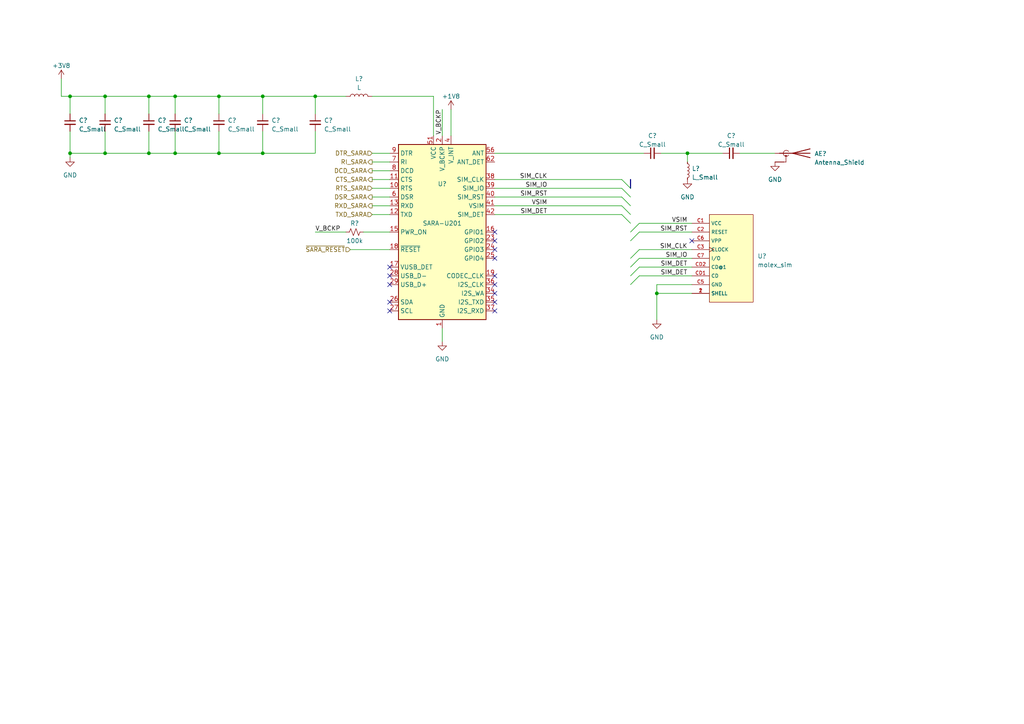
<source format=kicad_sch>
(kicad_sch (version 20210126) (generator eeschema)
  (paper "A4")
  (title_block (title "Asset tracker") (date "2021-04-22") (rev "V0") (company "eurocircutis"))
  (lib_symbols
    (symbol "Device:Antenna_Shield" (pin_numbers hide) (pin_names (offset 1.016) hide)
      (property "Reference" "AE" (at -1.905 4.445 0))
      (property "Value" "Antenna_Shield" (at -1.905 2.54 0))
      (symbol "Antenna_Shield_0_1"
        (arc (start 0 -2.667) (end -0.508 -1.143) (radius (at -0.0254 -1.8542) (length 0.8128) (angles -88.2 124.2)))
        (arc (start 0 -2.667) (end 0.508 -1.143) (radius (at 0.0254 -1.8542) (length 0.8128) (angles -91.8 55.8)))
        (circle (center 0.762 -1.905) (radius 0.1778) (fill (type outline)))
        (polyline (pts (xy 0 -2.54) (xy 0 0)))
        (polyline (pts (xy 0 5.08) (xy 0 -3.81)) (stroke (width 0.254)))
        (polyline (pts (xy 0.762 -1.905) (xy 2.54 -1.905)))
        (polyline (pts (xy 2.54 -2.54) (xy 2.54 -1.905)))
        (polyline (pts (xy 1.27 5.08) (xy 0 0) (xy -1.27 5.08)) (stroke (width 0.254)))
      )
      (symbol "Antenna_Shield_1_1"
        (pin input line (at 0 -5.08 90) (length 2.54) (name "A") (number "1"))
        (pin input line (at 2.54 -5.08 90) (length 2.54) (name "Shield") (number "2"))
      )
    )
    (symbol "Device:C_Small" (pin_numbers hide) (pin_names (offset 0.254) hide)
      (property "Reference" "C" (at 0.254 1.778 0))
      (property "Value" "C_Small" (at 0.254 -2.032 0))
      (symbol "C_Small_0_1"
        (polyline (pts (xy -1.524 -0.508) (xy 1.524 -0.508)) (stroke (width 0.3302)))
        (polyline (pts (xy -1.524 0.508) (xy 1.524 0.508)) (stroke (width 0.3048)))
      )
      (symbol "C_Small_1_1"
        (pin passive line (at 0 2.54 270) (length 2.032) (name "~") (number "1"))
        (pin passive line (at 0 -2.54 90) (length 2.032) (name "~") (number "2"))
      )
    )
    (symbol "Device:L" (pin_numbers hide) (pin_names (offset 1.016) hide)
      (property "Reference" "L" (at -1.27 0 90))
      (property "Value" "L" (at 1.905 0 90))
      (symbol "L_0_1"
        (arc (start 0 -2.54) (end 0 -1.27) (radius (at 0 -1.905) (length 0.635) (angles -89.9 89.9)))
        (arc (start 0 -1.27) (end 0 0) (radius (at 0 -0.635) (length 0.635) (angles -89.9 89.9)))
        (arc (start 0 0) (end 0 1.27) (radius (at 0 0.635) (length 0.635) (angles -89.9 89.9)))
        (arc (start 0 1.27) (end 0 2.54) (radius (at 0 1.905) (length 0.635) (angles -89.9 89.9)))
      )
      (symbol "L_1_1"
        (pin passive line (at 0 3.81 270) (length 1.27) (name "1") (number "1"))
        (pin passive line (at 0 -3.81 90) (length 1.27) (name "2") (number "2"))
      )
    )
    (symbol "Device:L_Small" (pin_numbers hide) (pin_names (offset 0.254) hide)
      (property "Reference" "L" (at 0.762 1.016 0))
      (property "Value" "L_Small" (at 0.762 -1.016 0))
      (symbol "L_Small_0_1"
        (arc (start 0 -2.032) (end 0 -1.016) (radius (at 0 -1.524) (length 0.508) (angles -89.9 89.9)))
        (arc (start 0 -1.016) (end 0 0) (radius (at 0 -0.508) (length 0.508) (angles -89.9 89.9)))
        (arc (start 0 0) (end 0 1.016) (radius (at 0 0.508) (length 0.508) (angles -89.9 89.9)))
        (arc (start 0 1.016) (end 0 2.032) (radius (at 0 1.524) (length 0.508) (angles -89.9 89.9)))
      )
      (symbol "L_Small_1_1"
        (pin passive line (at 0 2.54 270) (length 0.508) (name "~") (number "1"))
        (pin passive line (at 0 -2.54 90) (length 0.508) (name "~") (number "2"))
      )
    )
    (symbol "Device:R_Small_US" (pin_numbers hide) (pin_names (offset 0.254) hide)
      (property "Reference" "R" (at 0.762 0.508 0))
      (property "Value" "R_Small_US" (at 0.762 -1.016 0))
      (symbol "R_Small_US_1_1"
        (polyline (pts (xy 0 0) (xy 1.016 -0.381) (xy 0 -0.762) (xy -1.016 -1.143) (xy 0 -1.524)))
        (polyline (pts (xy 0 1.524) (xy 1.016 1.143) (xy 0 0.762) (xy -1.016 0.381) (xy 0 0)))
        (pin passive line (at 0 2.54 270) (length 1.016) (name "~") (number "1"))
        (pin passive line (at 0 -2.54 90) (length 1.016) (name "~") (number "2"))
      )
    )
    (symbol "RF_GSM:SARA-U201"
      (property "Reference" "U" (at 10.16 26.67 0))
      (property "Value" "SARA-U201" (at -11.43 26.67 0))
      (symbol "SARA-U201_0_1"
        (rectangle (start -12.7 25.4) (end 12.7 -25.4) (stroke (width 0.254)) (fill (type background)))
      )
      (symbol "SARA-U201_1_1"
        (pin power_in line (at 0 -27.94 90) (length 2.54) (name "GND") (number "1"))
        (pin input line (at -15.24 12.7 0) (length 2.54) (name "RTS") (number "10"))
        (pin output line (at -15.24 15.24 0) (length 2.54) (name "CTS") (number "11"))
        (pin input line (at -15.24 5.08 0) (length 2.54) (name "TXD") (number "12"))
        (pin output line (at -15.24 7.62 0) (length 2.54) (name "RXD") (number "13"))
        (pin passive line (at 0 -27.94 90) (length 2.54) hide (name "GND") (number "14"))
        (pin input line (at -15.24 0 0) (length 2.54) (name "PWR_ON") (number "15"))
        (pin bidirectional line (at 15.24 0 180) (length 2.54) (name "GPIO1") (number "16"))
        (pin input line (at -15.24 -10.16 0) (length 2.54) (name "VUSB_DET") (number "17"))
        (pin input line (at -15.24 -5.08 0) (length 2.54) (name "~RESET") (number "18"))
        (pin output line (at 15.24 -12.7 180) (length 2.54) (name "CODEC_CLK") (number "19"))
        (pin power_out line (at 0 27.94 270) (length 2.54) (name "V_BCKP") (number "2"))
        (pin passive line (at 0 -27.94 90) (length 2.54) hide (name "GND") (number "20"))
        (pin passive line (at 0 -27.94 90) (length 2.54) hide (name "GND") (number "21"))
        (pin passive line (at 0 -27.94 90) (length 2.54) hide (name "GND") (number "22"))
        (pin bidirectional line (at 15.24 -2.54 180) (length 2.54) (name "GPIO2") (number "23"))
        (pin bidirectional line (at 15.24 -5.08 180) (length 2.54) (name "GPIO3") (number "24"))
        (pin bidirectional line (at 15.24 -7.62 180) (length 2.54) (name "GPIO4") (number "25"))
        (pin bidirectional line (at -15.24 -20.32 0) (length 2.54) (name "SDA") (number "26"))
        (pin output line (at -15.24 -22.86 0) (length 2.54) (name "SCL") (number "27"))
        (pin bidirectional line (at -15.24 -12.7 0) (length 2.54) (name "USB_D-") (number "28"))
        (pin bidirectional line (at -15.24 -15.24 0) (length 2.54) (name "USB_D+") (number "29"))
        (pin passive line (at 0 -27.94 90) (length 2.54) hide (name "GND") (number "3"))
        (pin passive line (at 0 -27.94 90) (length 2.54) hide (name "GND") (number "30"))
        (pin no_connect line (at -12.7 2.54 0) (length 2.54) hide (name "RSVD") (number "31"))
        (pin passive line (at 0 -27.94 90) (length 2.54) hide (name "GND") (number "32"))
        (pin no_connect line (at -12.7 -2.54 0) (length 2.54) hide (name "RSVD") (number "33"))
        (pin bidirectional line (at 15.24 -17.78 180) (length 2.54) (name "I2S_WA") (number "34"))
        (pin output line (at 15.24 -20.32 180) (length 2.54) (name "I2S_TXD") (number "35"))
        (pin output line (at 15.24 -15.24 180) (length 2.54) (name "I2S_CLK") (number "36"))
        (pin input line (at 15.24 -22.86 180) (length 2.54) (name "I2S_RXD") (number "37"))
        (pin output line (at 15.24 15.24 180) (length 2.54) (name "SIM_CLK") (number "38"))
        (pin bidirectional line (at 15.24 12.7 180) (length 2.54) (name "SIM_IO") (number "39"))
        (pin power_out line (at 2.54 27.94 270) (length 2.54) (name "V_INT") (number "4"))
        (pin output line (at 15.24 10.16 180) (length 2.54) (name "SIM_RST") (number "40"))
        (pin power_out line (at 15.24 7.62 180) (length 2.54) (name "VSIM") (number "41"))
        (pin input line (at 15.24 5.08 180) (length 2.54) (name "SIM_DET") (number "42"))
        (pin passive line (at 0 -27.94 90) (length 2.54) hide (name "GND") (number "43"))
        (pin no_connect line (at -12.7 -7.62 0) (length 2.54) hide (name "RSVD") (number "44"))
        (pin no_connect line (at -12.7 -17.78 0) (length 2.54) hide (name "RSVD") (number "45"))
        (pin no_connect line (at -2.54 -25.4 90) (length 2.54) hide (name "RSVD") (number "46"))
        (pin no_connect line (at 12.7 -10.16 180) (length 2.54) hide (name "RSVD") (number "47"))
        (pin no_connect line (at 12.7 2.54 180) (length 2.54) hide (name "RSVD") (number "48"))
        (pin no_connect line (at 12.7 17.78 180) (length 2.54) hide (name "RSVD") (number "49"))
        (pin passive line (at 0 -27.94 90) (length 2.54) hide (name "GND") (number "5"))
        (pin passive line (at 0 -27.94 90) (length 2.54) hide (name "GND") (number "50"))
        (pin power_in line (at -2.54 27.94 270) (length 2.54) (name "VCC") (number "51"))
        (pin passive line (at -2.54 27.94 270) (length 2.54) hide (name "VCC") (number "52"))
        (pin passive line (at -2.54 27.94 270) (length 2.54) hide (name "VCC") (number "53"))
        (pin passive line (at 0 -27.94 90) (length 2.54) hide (name "GND") (number "54"))
        (pin passive line (at 0 -27.94 90) (length 2.54) hide (name "GND") (number "55"))
        (pin passive line (at 15.24 22.86 180) (length 2.54) (name "ANT") (number "56"))
        (pin passive line (at 0 -27.94 90) (length 2.54) hide (name "GND") (number "57"))
        (pin passive line (at 0 -27.94 90) (length 2.54) hide (name "GND") (number "58"))
        (pin passive line (at 0 -27.94 90) (length 2.54) hide (name "GND") (number "59"))
        (pin output line (at -15.24 10.16 0) (length 2.54) (name "DSR") (number "6"))
        (pin passive line (at 0 -27.94 90) (length 2.54) hide (name "GND") (number "60"))
        (pin passive line (at 0 -27.94 90) (length 2.54) hide (name "GND") (number "61"))
        (pin input line (at 15.24 20.32 180) (length 2.54) (name "ANT_DET") (number "62"))
        (pin passive line (at 0 -27.94 90) (length 2.54) hide (name "GND") (number "63"))
        (pin passive line (at 0 -27.94 90) (length 2.54) hide (name "GND") (number "64"))
        (pin passive line (at 0 -27.94 90) (length 2.54) hide (name "GND") (number "65"))
        (pin passive line (at 0 -27.94 90) (length 2.54) hide (name "GND") (number "66"))
        (pin passive line (at 0 -27.94 90) (length 2.54) hide (name "GND") (number "67"))
        (pin passive line (at 0 -27.94 90) (length 2.54) hide (name "GND") (number "68"))
        (pin passive line (at 0 -27.94 90) (length 2.54) hide (name "GND") (number "69"))
        (pin output line (at -15.24 20.32 0) (length 2.54) (name "RI") (number "7"))
        (pin passive line (at 0 -27.94 90) (length 2.54) hide (name "GND") (number "70"))
        (pin passive line (at 0 -27.94 90) (length 2.54) hide (name "GND") (number "71"))
        (pin passive line (at 0 -27.94 90) (length 2.54) hide (name "GND") (number "72"))
        (pin passive line (at 0 -27.94 90) (length 2.54) hide (name "GND") (number "73"))
        (pin passive line (at 0 -27.94 90) (length 2.54) hide (name "GND") (number "74"))
        (pin passive line (at 0 -27.94 90) (length 2.54) hide (name "GND") (number "75"))
        (pin passive line (at 0 -27.94 90) (length 2.54) hide (name "GND") (number "76"))
        (pin passive line (at 0 -27.94 90) (length 2.54) hide (name "GND") (number "77"))
        (pin passive line (at 0 -27.94 90) (length 2.54) hide (name "GND") (number "78"))
        (pin passive line (at 0 -27.94 90) (length 2.54) hide (name "GND") (number "79"))
        (pin output line (at -15.24 17.78 0) (length 2.54) (name "DCD") (number "8"))
        (pin passive line (at 0 -27.94 90) (length 2.54) hide (name "GND") (number "80"))
        (pin passive line (at 0 -27.94 90) (length 2.54) hide (name "GND") (number "81"))
        (pin passive line (at 0 -27.94 90) (length 2.54) hide (name "GND") (number "82"))
        (pin passive line (at 0 -27.94 90) (length 2.54) hide (name "GND") (number "83"))
        (pin passive line (at 0 -27.94 90) (length 2.54) hide (name "GND") (number "84"))
        (pin passive line (at 0 -27.94 90) (length 2.54) hide (name "GND") (number "85"))
        (pin passive line (at 0 -27.94 90) (length 2.54) hide (name "GND") (number "86"))
        (pin passive line (at 0 -27.94 90) (length 2.54) hide (name "GND") (number "87"))
        (pin passive line (at 0 -27.94 90) (length 2.54) hide (name "GND") (number "88"))
        (pin passive line (at 0 -27.94 90) (length 2.54) hide (name "GND") (number "89"))
        (pin input line (at -15.24 22.86 0) (length 2.54) (name "DTR") (number "9"))
        (pin passive line (at 0 -27.94 90) (length 2.54) hide (name "GND") (number "90"))
        (pin passive line (at 0 -27.94 90) (length 2.54) hide (name "GND") (number "91"))
        (pin passive line (at 0 -27.94 90) (length 2.54) hide (name "GND") (number "92"))
        (pin passive line (at 0 -27.94 90) (length 2.54) hide (name "GND") (number "93"))
        (pin passive line (at 0 -27.94 90) (length 2.54) hide (name "GND") (number "94"))
        (pin passive line (at 0 -27.94 90) (length 2.54) hide (name "GND") (number "95"))
        (pin passive line (at 0 -27.94 90) (length 2.54) hide (name "GND") (number "96"))
      )
    )
    (symbol "conectors:molex_sim"
      (property "Reference" "U" (at -1.27 -2.54 90))
      (property "Value" "molex_sim" (at -5.08 -2.54 90))
      (symbol "molex_sim_0_0"
        (pin passive line (at -17.78 -12.7 0) (length 5.08) (name "SHELL") (number "1"))
        (pin passive line (at -17.78 -12.7 0) (length 5.08) (name "SHELL") (number "2"))
        (pin power_in line (at -17.78 7.62 0) (length 5.08) (name "VCC") (number "C1"))
        (pin input line (at -17.78 5.08 0) (length 5.08) (name "RESET") (number "C2"))
        (pin bidirectional clock (at -17.78 0 0) (length 5.08) (name "CLOCK") (number "C3"))
        (pin power_in line (at -17.78 -10.16 0) (length 5.08) (name "GND") (number "C5"))
        (pin input line (at -17.78 2.54 0) (length 5.08) (name "VPP") (number "C6"))
        (pin bidirectional line (at -17.78 -2.54 0) (length 5.08) (name "I/O") (number "C7"))
        (pin passive line (at -17.78 -7.62 0) (length 5.08) (name "CD") (number "CD1"))
        (pin passive line (at -17.78 -5.08 0) (length 5.08) (name "CD@1") (number "CD2"))
      )
      (symbol "molex_sim_0_1"
        (rectangle (start -12.7 10.16) (end 0 -15.24) (stroke (width 0.1524)) (fill (type background)))
      )
    )
    (symbol "power:+1V8" (power) (pin_names (offset 0))
      (property "Value" "+1V8" (at 0 3.556 0))
      (symbol "+1V8_0_1"
        (polyline (pts (xy -0.762 1.27) (xy 0 2.54)))
        (polyline (pts (xy 0 0) (xy 0 2.54)))
        (polyline (pts (xy 0 2.54) (xy 0.762 1.27)))
      )
      (symbol "+1V8_1_1"
        (pin power_in line (at 0 0 90) (length 0) hide (name "+1V8") (number "1"))
      )
    )
    (symbol "power:+3V8" (power) (pin_names (offset 0))
      (property "Value" "+3V8" (at 0 3.556 0))
      (symbol "+3V8_0_1"
        (polyline (pts (xy -0.762 1.27) (xy 0 2.54)))
        (polyline (pts (xy 0 0) (xy 0 2.54)))
        (polyline (pts (xy 0 2.54) (xy 0.762 1.27)))
      )
      (symbol "+3V8_1_1"
        (pin power_in line (at 0 0 90) (length 0) hide (name "+3V8") (number "1"))
      )
    )
    (symbol "power:GND" (power) (pin_names (offset 0))
      (property "Value" "GND" (at 0 -3.81 0))
      (symbol "GND_0_1"
        (polyline (pts (xy 0 0) (xy 0 -1.27) (xy 1.27 -1.27) (xy 0 -2.54) (xy -1.27 -1.27) (xy 0 -1.27)))
      )
      (symbol "GND_1_1"
        (pin power_in line (at 0 0 270) (length 0) hide (name "GND") (number "1"))
      )
    )
  )
  (junction (at 20.32 27.94) (diameter 0.9144))
  (junction (at 20.32 44.45) (diameter 0.9144))
  (junction (at 30.48 27.94) (diameter 0.9144))
  (junction (at 30.48 44.45) (diameter 0.9144))
  (junction (at 43.18 27.94) (diameter 0.9144))
  (junction (at 43.18 44.45) (diameter 0.9144))
  (junction (at 50.8 27.94) (diameter 0.9144))
  (junction (at 50.8 44.45) (diameter 0.9144))
  (junction (at 63.5 27.94) (diameter 0.9144))
  (junction (at 63.5 44.45) (diameter 0.9144))
  (junction (at 76.2 27.94) (diameter 0.9144))
  (junction (at 76.2 44.45) (diameter 0.9144))
  (junction (at 91.44 27.94) (diameter 0.9144))
  (junction (at 190.5 85.09) (diameter 0.9144))
  (junction (at 199.39 44.45) (diameter 0.9144))
  (no_connect (at 113.03 77.47))
  (no_connect (at 113.03 80.01))
  (no_connect (at 113.03 82.55))
  (no_connect (at 113.03 87.63))
  (no_connect (at 113.03 90.17))
  (no_connect (at 143.51 67.31))
  (no_connect (at 143.51 69.85))
  (no_connect (at 143.51 72.39))
  (no_connect (at 143.51 74.93))
  (no_connect (at 143.51 80.01))
  (no_connect (at 143.51 82.55))
  (no_connect (at 143.51 85.09))
  (no_connect (at 143.51 87.63))
  (no_connect (at 143.51 90.17))
  (no_connect (at 200.66 69.85))
  (bus_entry (at 180.34 52.07) (size 2.54 2.54) (stroke (width 0.1524)))
  (bus_entry (at 180.34 54.61) (size 2.54 2.54) (stroke (width 0.1524)))
  (bus_entry (at 180.34 57.15) (size 2.54 2.54) (stroke (width 0.1524)))
  (bus_entry (at 180.34 59.69) (size 2.54 2.54) (stroke (width 0.1524)))
  (bus_entry (at 180.34 62.23) (size 2.54 2.54) (stroke (width 0.1524)))
  (bus_entry (at 182.88 67.31) (size 2.54 -2.54) (stroke (width 0.1524)))
  (bus_entry (at 182.88 69.85) (size 2.54 -2.54) (stroke (width 0.1524)))
  (bus_entry (at 182.88 74.93) (size 2.54 -2.54) (stroke (width 0.1524)))
  (bus_entry (at 182.88 77.47) (size 2.54 -2.54) (stroke (width 0.1524)))
  (bus_entry (at 182.88 80.01) (size 2.54 -2.54) (stroke (width 0.1524)))
  (bus_entry (at 182.88 82.55) (size 2.54 -2.54) (stroke (width 0.1524)))
  (wire (pts (xy 17.78 22.86) (xy 17.78 27.94)))
  (wire (pts (xy 20.32 27.94) (xy 17.78 27.94)))
  (wire (pts (xy 20.32 27.94) (xy 20.32 33.02)))
  (wire (pts (xy 20.32 38.1) (xy 20.32 44.45)))
  (wire (pts (xy 20.32 44.45) (xy 20.32 45.72)))
  (wire (pts (xy 20.32 44.45) (xy 30.48 44.45)))
  (wire (pts (xy 30.48 27.94) (xy 20.32 27.94)))
  (wire (pts (xy 30.48 27.94) (xy 30.48 33.02)))
  (wire (pts (xy 30.48 38.1) (xy 30.48 44.45)))
  (wire (pts (xy 30.48 44.45) (xy 43.18 44.45)))
  (wire (pts (xy 43.18 27.94) (xy 30.48 27.94)))
  (wire (pts (xy 43.18 27.94) (xy 43.18 33.02)))
  (wire (pts (xy 43.18 38.1) (xy 43.18 44.45)))
  (wire (pts (xy 43.18 44.45) (xy 50.8 44.45)))
  (wire (pts (xy 50.8 27.94) (xy 43.18 27.94)))
  (wire (pts (xy 50.8 27.94) (xy 50.8 33.02)))
  (wire (pts (xy 50.8 38.1) (xy 50.8 44.45)))
  (wire (pts (xy 50.8 44.45) (xy 63.5 44.45)))
  (wire (pts (xy 63.5 27.94) (xy 50.8 27.94)))
  (wire (pts (xy 63.5 27.94) (xy 63.5 33.02)))
  (wire (pts (xy 63.5 38.1) (xy 63.5 44.45)))
  (wire (pts (xy 63.5 44.45) (xy 76.2 44.45)))
  (wire (pts (xy 76.2 27.94) (xy 63.5 27.94)))
  (wire (pts (xy 76.2 27.94) (xy 76.2 33.02)))
  (wire (pts (xy 76.2 38.1) (xy 76.2 44.45)))
  (wire (pts (xy 76.2 44.45) (xy 91.44 44.45)))
  (wire (pts (xy 91.44 27.94) (xy 76.2 27.94)))
  (wire (pts (xy 91.44 27.94) (xy 91.44 33.02)))
  (wire (pts (xy 91.44 44.45) (xy 91.44 38.1)))
  (wire (pts (xy 91.44 67.31) (xy 100.33 67.31)))
  (wire (pts (xy 100.33 27.94) (xy 91.44 27.94)))
  (wire (pts (xy 101.6 72.39) (xy 113.03 72.39)))
  (wire (pts (xy 105.41 67.31) (xy 113.03 67.31)))
  (wire (pts (xy 107.95 44.45) (xy 113.03 44.45)))
  (wire (pts (xy 107.95 46.99) (xy 113.03 46.99)))
  (wire (pts (xy 107.95 49.53) (xy 113.03 49.53)))
  (wire (pts (xy 107.95 52.07) (xy 113.03 52.07)))
  (wire (pts (xy 107.95 54.61) (xy 113.03 54.61)))
  (wire (pts (xy 107.95 57.15) (xy 113.03 57.15)))
  (wire (pts (xy 107.95 59.69) (xy 113.03 59.69)))
  (wire (pts (xy 107.95 62.23) (xy 113.03 62.23)))
  (wire (pts (xy 125.73 27.94) (xy 107.95 27.94)))
  (wire (pts (xy 125.73 27.94) (xy 125.73 39.37)))
  (wire (pts (xy 128.27 31.75) (xy 128.27 39.37)))
  (wire (pts (xy 128.27 95.25) (xy 128.27 99.06)))
  (wire (pts (xy 130.81 31.75) (xy 130.81 39.37)))
  (wire (pts (xy 143.51 44.45) (xy 186.69 44.45)))
  (wire (pts (xy 143.51 52.07) (xy 180.34 52.07)))
  (wire (pts (xy 143.51 54.61) (xy 180.34 54.61)))
  (wire (pts (xy 143.51 57.15) (xy 180.34 57.15)))
  (wire (pts (xy 143.51 59.69) (xy 180.34 59.69)))
  (wire (pts (xy 143.51 62.23) (xy 180.34 62.23)))
  (wire (pts (xy 185.42 64.77) (xy 200.66 64.77)))
  (wire (pts (xy 185.42 67.31) (xy 200.66 67.31)))
  (wire (pts (xy 185.42 72.39) (xy 200.66 72.39)))
  (wire (pts (xy 185.42 74.93) (xy 200.66 74.93)))
  (wire (pts (xy 185.42 77.47) (xy 200.66 77.47)))
  (wire (pts (xy 185.42 80.01) (xy 200.66 80.01)))
  (wire (pts (xy 190.5 82.55) (xy 190.5 85.09)))
  (wire (pts (xy 190.5 82.55) (xy 200.66 82.55)))
  (wire (pts (xy 190.5 85.09) (xy 190.5 92.71)))
  (wire (pts (xy 190.5 85.09) (xy 200.66 85.09)))
  (wire (pts (xy 191.77 44.45) (xy 199.39 44.45)))
  (wire (pts (xy 199.39 44.45) (xy 199.39 46.99)))
  (wire (pts (xy 199.39 44.45) (xy 209.55 44.45)))
  (wire (pts (xy 214.63 44.45) (xy 224.79 44.45)))
  (bus (pts (xy 182.88 52.07) (xy 182.88 88.9)))
  (label "V_BCKP" (at 91.44 67.31 0))
  (label "V_BCKP" (at 128.27 31.75 270))
  (label "SIM_CLK" (at 158.75 52.07 180))
  (label "SIM_IO" (at 158.75 54.61 180))
  (label "SIM_RST" (at 158.75 57.15 180))
  (label "VSIM" (at 158.75 59.69 180))
  (label "SIM_DET" (at 158.75 62.23 180))
  (label "VSIM" (at 199.39 64.77 180))
  (label "SIM_RST" (at 199.39 67.31 180))
  (label "SIM_CLK" (at 199.39 72.39 180))
  (label "SIM_IO" (at 199.39 74.93 180))
  (label "SIM_DET" (at 199.39 77.47 180))
  (label "SIM_DET" (at 199.39 80.01 180))
  (hierarchical_label "~SARA_RESET" (shape input) (at 101.6 72.39 180))
  (hierarchical_label "DTR_SARA" (shape input) (at 107.95 44.45 180))
  (hierarchical_label "RI_SARA" (shape output) (at 107.95 46.99 180))
  (hierarchical_label "DCD_SARA" (shape output) (at 107.95 49.53 180))
  (hierarchical_label "CTS_SARA" (shape output) (at 107.95 52.07 180))
  (hierarchical_label "RTS_SARA" (shape input) (at 107.95 54.61 180))
  (hierarchical_label "DSR_SARA" (shape output) (at 107.95 57.15 180))
  (hierarchical_label "RXD_SARA" (shape output) (at 107.95 59.69 180))
  (hierarchical_label "TXD_SARA" (shape input) (at 107.95 62.23 180))
  (symbol (lib_id "power:+3V8") (at 17.78 22.86 0) (unit 1)
    (property "Reference" "#PWR0105" (effects hide))
    (property "Value" "+3V8" (at 17.78 19.05 0))
  )
  (symbol (lib_id "power:+1V8") (at 130.81 31.75 0) (unit 1)
    (property "Reference" "#PWR0106" (effects hide))
    (property "Value" "+1V8" (at 130.81 27.94 0))
  )
  (symbol (lib_id "Device:L_Small") (at 199.39 49.53 0) (unit 1)
    (property "Reference" "L?" (at 200.66 48.8949 0) (effects (justify left)))
    (property "Value" "L_Small" (at 200.66 51.4349 0) (effects (justify left)))
  )
  (symbol (lib_id "power:GND") (at 20.32 45.72 0) (unit 1)
    (property "Reference" "#PWR0104" (effects hide))
    (property "Value" "GND" (at 20.32 50.8 0))
  )
  (symbol (lib_id "power:GND") (at 128.27 99.06 0) (unit 1)
    (property "Reference" "#PWR0101" (effects hide))
    (property "Value" "GND" (at 128.27 104.14 0))
  )
  (symbol (lib_id "power:GND") (at 190.5 92.71 0) (unit 1)
    (property "Reference" "#PWR?" (effects hide))
    (property "Value" "GND" (at 190.5 97.79 0))
  )
  (symbol (lib_id "power:GND") (at 199.39 52.07 0) (unit 1)
    (property "Reference" "#PWR0103" (effects hide))
    (property "Value" "GND" (at 199.39 57.15 0))
  )
  (symbol (lib_id "power:GND") (at 224.79 46.99 0) (unit 1)
    (property "Reference" "#PWR0102" (effects hide))
    (property "Value" "GND" (at 224.79 52.07 0))
  )
  (symbol (lib_id "Device:L") (at 104.14 27.94 90) (unit 1)
    (property "Reference" "L?" (at 104.14 22.86 90))
    (property "Value" "L" (at 104.14 25.4 90))
  )
  (symbol (lib_id "Device:R_Small_US") (at 102.87 67.31 90) (unit 1)
    (property "Reference" "R?" (at 102.87 64.77 90))
    (property "Value" "100k" (at 102.87 69.85 90))
  )
  (symbol (lib_id "Device:C_Small") (at 20.32 35.56 0) (unit 1)
    (property "Reference" "C?" (at 22.86 34.9249 0) (effects (justify left)))
    (property "Value" "C_Small" (at 22.86 37.4649 0) (effects (justify left)))
  )
  (symbol (lib_id "Device:C_Small") (at 30.48 35.56 0) (unit 1)
    (property "Reference" "C?" (at 33.02 34.9249 0) (effects (justify left)))
    (property "Value" "C_Small" (at 33.02 37.4649 0) (effects (justify left)))
  )
  (symbol (lib_id "Device:C_Small") (at 43.18 35.56 0) (unit 1)
    (property "Reference" "C?" (at 45.72 34.9249 0) (effects (justify left)))
    (property "Value" "C_Small" (at 45.72 37.4649 0) (effects (justify left)))
  )
  (symbol (lib_id "Device:C_Small") (at 50.8 35.56 0) (unit 1)
    (property "Reference" "C?" (at 53.34 34.9249 0) (effects (justify left)))
    (property "Value" "C_Small" (at 53.34 37.4649 0) (effects (justify left)))
  )
  (symbol (lib_id "Device:C_Small") (at 63.5 35.56 0) (unit 1)
    (property "Reference" "C?" (at 66.04 34.9249 0) (effects (justify left)))
    (property "Value" "C_Small" (at 66.04 37.4649 0) (effects (justify left)))
  )
  (symbol (lib_id "Device:C_Small") (at 76.2 35.56 0) (unit 1)
    (property "Reference" "C?" (at 78.74 34.9249 0) (effects (justify left)))
    (property "Value" "C_Small" (at 78.74 37.4649 0) (effects (justify left)))
  )
  (symbol (lib_id "Device:C_Small") (at 91.44 35.56 0) (unit 1)
    (property "Reference" "C?" (at 93.98 34.9249 0) (effects (justify left)))
    (property "Value" "C_Small" (at 93.98 37.4649 0) (effects (justify left)))
  )
  (symbol (lib_id "Device:C_Small") (at 189.23 44.45 90) (unit 1)
    (property "Reference" "C?" (at 189.23 39.37 90))
    (property "Value" "C_Small" (at 189.23 41.91 90))
  )
  (symbol (lib_id "Device:C_Small") (at 212.09 44.45 90) (unit 1)
    (property "Reference" "C?" (at 212.09 39.37 90))
    (property "Value" "C_Small" (at 212.09 41.91 90))
  )
  (symbol (lib_id "Device:Antenna_Shield") (at 229.87 44.45 270) (unit 1)
    (property "Reference" "AE?" (at 236.22 44.5769 90) (effects (justify left)))
    (property "Value" "Antenna_Shield" (at 236.22 47.1169 90) (effects (justify left)))
  )
  (symbol (lib_id "conectors:molex_sim") (at 218.44 72.39 0) (unit 1)
    (property "Reference" "U?" (at 219.71 74.2949 0) (effects (justify left)))
    (property "Value" "molex_sim" (at 219.71 76.8349 0) (effects (justify left)))
  )
  (symbol (lib_id "RF_GSM:SARA-U201") (at 128.27 67.31 0) (unit 1)
    (property "Reference" "U?" (at 128.27 53.34 0))
    (property "Value" "SARA-U201" (at 128.27 64.77 0))
    (property "Footprint" "RF_GSM:ublox_SARA-G3_LGA-96" (effects hide))
    (property "Datasheet" "https://www.u-blox.com/sites/default/files/SARA-U2_DataSheet_(UBX-13005287).pdf" (effects hide))
  )
)
</source>
